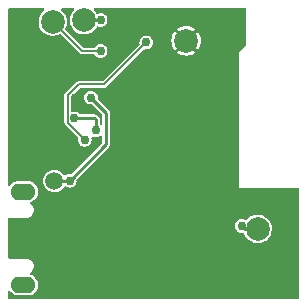
<source format=gbl>
G04 #@! TF.GenerationSoftware,KiCad,Pcbnew,(6.0.11)*
G04 #@! TF.CreationDate,2023-05-05T12:53:29-03:00*
G04 #@! TF.ProjectId,HappyFeet,48617070-7946-4656-9574-2e6b69636164,V0.7*
G04 #@! TF.SameCoordinates,Original*
G04 #@! TF.FileFunction,Copper,L2,Bot*
G04 #@! TF.FilePolarity,Positive*
%FSLAX46Y46*%
G04 Gerber Fmt 4.6, Leading zero omitted, Abs format (unit mm)*
G04 Created by KiCad (PCBNEW (6.0.11)) date 2023-05-05 12:53:29*
%MOMM*%
%LPD*%
G01*
G04 APERTURE LIST*
G04 #@! TA.AperFunction,ComponentPad*
%ADD10O,2.108200X1.397000*%
G04 #@! TD*
G04 #@! TA.AperFunction,SMDPad,CuDef*
%ADD11C,2.000000*%
G04 #@! TD*
G04 #@! TA.AperFunction,SMDPad,CuDef*
%ADD12C,1.500000*%
G04 #@! TD*
G04 #@! TA.AperFunction,ViaPad*
%ADD13C,0.762000*%
G04 #@! TD*
G04 #@! TA.AperFunction,Conductor*
%ADD14C,0.500000*%
G04 #@! TD*
G04 #@! TA.AperFunction,Conductor*
%ADD15C,0.250000*%
G04 #@! TD*
G04 #@! TA.AperFunction,Conductor*
%ADD16C,0.154000*%
G04 #@! TD*
G04 APERTURE END LIST*
D10*
G04 #@! TO.P,J1,10*
G04 #@! TO.N,N/C*
X101468200Y-85720300D03*
G04 #@! TO.P,J1,11*
X101468200Y-93619700D03*
G04 #@! TD*
D11*
G04 #@! TO.P,TP7,1,1*
G04 #@! TO.N,JTAG_TCK*
X103970000Y-71331500D03*
G04 #@! TD*
G04 #@! TO.P,TP10,1,1*
G04 #@! TO.N,GND*
X115270000Y-72951500D03*
G04 #@! TD*
G04 #@! TO.P,TP9,1,1*
G04 #@! TO.N,JTAG_TMS*
X106612500Y-71209000D03*
G04 #@! TD*
G04 #@! TO.P,TP6,1,1*
G04 #@! TO.N,+3V3*
X121317500Y-88879000D03*
G04 #@! TD*
D12*
G04 #@! TO.P,TP8,1,1*
G04 #@! TO.N,NRST*
X104105000Y-84831500D03*
G04 #@! TD*
D13*
G04 #@! TO.N,GND*
X110230000Y-80000000D03*
X113910000Y-75930000D03*
X105850000Y-77820000D03*
X117680000Y-73400000D03*
X116660000Y-80400000D03*
X117650000Y-92100000D03*
X118410000Y-94030000D03*
X116660000Y-78180000D03*
X118720000Y-89340000D03*
X113910111Y-78029900D03*
X116090000Y-71150000D03*
X117890000Y-85550000D03*
X122690000Y-87000000D03*
X112210000Y-79630000D03*
X118920000Y-82630000D03*
X111222500Y-91542500D03*
X111970000Y-71070000D03*
X102892500Y-81337500D03*
X101400000Y-78100000D03*
X110210000Y-76130000D03*
X121610000Y-91630000D03*
X106900000Y-88870000D03*
X119080000Y-77290000D03*
X110230000Y-82600000D03*
X113910022Y-79730000D03*
X123810000Y-91930000D03*
X114650000Y-82630000D03*
X117900000Y-87330000D03*
X118790000Y-72480000D03*
X112440000Y-82630000D03*
X110200000Y-77800000D03*
X124060000Y-88360000D03*
X116740000Y-82630000D03*
X119020000Y-78910000D03*
X105720000Y-94281500D03*
X109000000Y-92570000D03*
X114390000Y-88350000D03*
X112210000Y-78030000D03*
X113560000Y-87010000D03*
X121010000Y-93930000D03*
X118790000Y-73520000D03*
X119020000Y-80550000D03*
X108837500Y-73214000D03*
G04 #@! TO.N,+3V3*
X119977500Y-88634000D03*
G04 #@! TO.N,NRST*
X105400000Y-84800000D03*
X107200000Y-77760000D03*
G04 #@! TO.N,JTAG_TMS*
X108017500Y-71186500D03*
G04 #@! TO.N,JTAG_TCK*
X108015000Y-73816500D03*
G04 #@! TO.N,ACCINT*
X107660000Y-80550000D03*
X105800000Y-79520000D03*
G04 #@! TO.N,ACCCS*
X106682393Y-81327607D03*
X111900000Y-73100000D03*
G04 #@! TD*
D14*
G04 #@! TO.N,GND*
X112210000Y-79630000D02*
X113810022Y-79630000D01*
X113910011Y-78030000D02*
X113910111Y-78029900D01*
X113810022Y-79630000D02*
X113910022Y-79730000D01*
X112210000Y-78030000D02*
X113910011Y-78030000D01*
D15*
G04 #@! TO.N,+3V3*
X121317500Y-88879000D02*
X120222500Y-88879000D01*
X120222500Y-88879000D02*
X119977500Y-88634000D01*
G04 #@! TO.N,NRST*
X105400000Y-84800000D02*
X108492802Y-81707198D01*
X108492802Y-81707198D02*
X108492802Y-79052802D01*
X105400000Y-84800000D02*
X104136500Y-84800000D01*
X108492802Y-79052802D02*
X107200000Y-77760000D01*
X104136500Y-84800000D02*
X104105000Y-84831500D01*
G04 #@! TO.N,JTAG_TMS*
X108017500Y-71186500D02*
X106635000Y-71186500D01*
X106635000Y-71186500D02*
X106612500Y-71209000D01*
D16*
G04 #@! TO.N,JTAG_TCK*
X108015000Y-73816500D02*
X106455000Y-73816500D01*
X106455000Y-73816500D02*
X103970000Y-71331500D01*
D15*
G04 #@! TO.N,ACCINT*
X107510000Y-79520000D02*
X107630000Y-79640000D01*
X107630000Y-79640000D02*
X107630000Y-80520000D01*
X105800000Y-79520000D02*
X107510000Y-79520000D01*
X107630000Y-80520000D02*
X107660000Y-80550000D01*
D16*
G04 #@! TO.N,ACCCS*
X105241999Y-77549501D02*
X105291131Y-77549501D01*
X105291131Y-77549501D02*
X106191632Y-76649000D01*
X108351000Y-76649000D02*
X111900000Y-73100000D01*
X106191632Y-76649000D02*
X108351000Y-76649000D01*
X105241999Y-79887213D02*
X105241999Y-77549501D01*
X106682393Y-81327607D02*
X105241999Y-79887213D01*
G04 #@! TD*
G04 #@! TA.AperFunction,Conductor*
G04 #@! TO.N,GND*
G36*
X103233939Y-70219407D02*
G01*
X103269903Y-70268907D01*
X103269903Y-70330093D01*
X103241023Y-70373932D01*
X103208713Y-70402267D01*
X103095457Y-70501590D01*
X103092649Y-70505152D01*
X103000179Y-70622451D01*
X102958863Y-70674860D01*
X102856131Y-70870120D01*
X102790703Y-71080833D01*
X102790169Y-71085343D01*
X102790169Y-71085344D01*
X102787039Y-71111789D01*
X102764770Y-71299940D01*
X102767284Y-71338302D01*
X102776556Y-71479759D01*
X102779200Y-71520104D01*
X102780316Y-71524497D01*
X102780316Y-71524499D01*
X102803445Y-71615569D01*
X102833511Y-71733952D01*
X102925883Y-71934321D01*
X103053222Y-72114502D01*
X103211264Y-72268461D01*
X103394717Y-72391040D01*
X103597436Y-72478135D01*
X103675165Y-72495723D01*
X103808206Y-72525828D01*
X103808211Y-72525829D01*
X103812632Y-72526829D01*
X103922865Y-72531160D01*
X104028565Y-72535313D01*
X104028566Y-72535313D01*
X104033098Y-72535491D01*
X104251452Y-72503831D01*
X104255751Y-72502372D01*
X104255754Y-72502371D01*
X104456078Y-72434370D01*
X104460379Y-72432910D01*
X104535109Y-72391059D01*
X104595120Y-72379122D01*
X104653487Y-72407432D01*
X106224063Y-73978007D01*
X106226292Y-73980590D01*
X106228359Y-73984818D01*
X106235060Y-73991034D01*
X106261742Y-74015785D01*
X106264418Y-74018362D01*
X106277029Y-74030973D01*
X106280530Y-74033375D01*
X106283787Y-74036234D01*
X106304149Y-74055123D01*
X106312942Y-74058631D01*
X106313232Y-74058747D01*
X106332557Y-74069066D01*
X106333088Y-74069430D01*
X106340626Y-74074601D01*
X106361725Y-74079608D01*
X106364017Y-74080152D01*
X106377843Y-74084525D01*
X106400166Y-74093431D01*
X106405970Y-74094000D01*
X106410788Y-74094000D01*
X106429970Y-74096245D01*
X106432317Y-74096360D01*
X106441210Y-74098470D01*
X106467414Y-74094904D01*
X106480763Y-74094000D01*
X107446147Y-74094000D01*
X107504338Y-74112907D01*
X107524689Y-74132733D01*
X107600269Y-74231231D01*
X107721741Y-74324439D01*
X107863198Y-74383033D01*
X108015000Y-74403018D01*
X108166802Y-74383033D01*
X108308259Y-74324439D01*
X108429731Y-74231231D01*
X108522939Y-74109759D01*
X108581533Y-73968302D01*
X108601518Y-73816500D01*
X108581533Y-73664698D01*
X108522939Y-73523241D01*
X108429731Y-73401769D01*
X108308259Y-73308561D01*
X108166802Y-73249967D01*
X108015000Y-73229982D01*
X107863198Y-73249967D01*
X107721741Y-73308561D01*
X107600269Y-73401769D01*
X107596315Y-73406922D01*
X107524689Y-73500267D01*
X107474265Y-73534923D01*
X107446147Y-73539000D01*
X106610952Y-73539000D01*
X106552761Y-73520093D01*
X106540948Y-73510004D01*
X105045932Y-72014987D01*
X105018155Y-71960470D01*
X105029559Y-71896610D01*
X105045965Y-71867315D01*
X105071410Y-71821879D01*
X105089478Y-71768653D01*
X105140871Y-71617254D01*
X105140872Y-71617251D01*
X105142331Y-71612952D01*
X105155156Y-71524499D01*
X105173571Y-71397497D01*
X105173571Y-71397491D01*
X105173991Y-71394598D01*
X105175643Y-71331500D01*
X105155454Y-71111789D01*
X105145500Y-71076494D01*
X105096799Y-70903811D01*
X105096798Y-70903810D01*
X105095565Y-70899436D01*
X105093557Y-70895364D01*
X105093555Y-70895359D01*
X104999988Y-70705625D01*
X104997980Y-70701553D01*
X104865967Y-70524767D01*
X104703949Y-70374999D01*
X104704632Y-70374260D01*
X104672576Y-70327613D01*
X104674180Y-70266449D01*
X104711429Y-70217909D01*
X104767500Y-70200500D01*
X105678564Y-70200500D01*
X105736755Y-70219407D01*
X105772719Y-70268907D01*
X105772719Y-70330093D01*
X105743838Y-70373933D01*
X105737957Y-70379090D01*
X105735149Y-70382652D01*
X105641387Y-70501590D01*
X105601363Y-70552360D01*
X105599249Y-70556378D01*
X105564486Y-70622452D01*
X105498631Y-70747620D01*
X105497287Y-70751949D01*
X105453415Y-70893241D01*
X105433203Y-70958333D01*
X105407270Y-71177440D01*
X105421700Y-71397604D01*
X105422816Y-71401997D01*
X105422816Y-71401999D01*
X105472106Y-71596078D01*
X105476011Y-71611452D01*
X105568383Y-71811821D01*
X105695722Y-71992002D01*
X105698968Y-71995164D01*
X105817670Y-72110799D01*
X105853764Y-72145961D01*
X106037217Y-72268540D01*
X106239936Y-72355635D01*
X106317665Y-72373223D01*
X106450706Y-72403328D01*
X106450711Y-72403329D01*
X106455132Y-72404329D01*
X106565365Y-72408660D01*
X106671065Y-72412813D01*
X106671066Y-72412813D01*
X106675598Y-72412991D01*
X106893952Y-72381331D01*
X106898251Y-72379872D01*
X106898254Y-72379871D01*
X107098578Y-72311870D01*
X107102879Y-72310410D01*
X107174444Y-72270332D01*
X107291425Y-72204819D01*
X107295384Y-72202602D01*
X107465018Y-72061518D01*
X107529932Y-71983468D01*
X114481261Y-71983468D01*
X114485049Y-71989772D01*
X115258914Y-72763637D01*
X115270797Y-72769691D01*
X115275828Y-72768895D01*
X116052459Y-71992264D01*
X116058513Y-71980381D01*
X116058415Y-71979759D01*
X116053588Y-71974206D01*
X115900933Y-71867315D01*
X115893463Y-71863003D01*
X115703078Y-71774225D01*
X115694985Y-71771279D01*
X115492056Y-71716905D01*
X115483588Y-71715412D01*
X115274309Y-71697102D01*
X115265691Y-71697102D01*
X115056412Y-71715412D01*
X115047944Y-71716905D01*
X114845015Y-71771279D01*
X114836922Y-71774225D01*
X114646538Y-71863003D01*
X114639068Y-71867315D01*
X114489299Y-71972185D01*
X114481273Y-71982836D01*
X114481261Y-71983468D01*
X107529932Y-71983468D01*
X107606102Y-71891884D01*
X107608319Y-71887926D01*
X107608322Y-71887921D01*
X107675115Y-71768653D01*
X107720045Y-71727120D01*
X107780806Y-71719928D01*
X107799377Y-71725562D01*
X107865698Y-71753033D01*
X108017500Y-71773018D01*
X108169302Y-71753033D01*
X108310759Y-71694439D01*
X108432231Y-71601231D01*
X108525439Y-71479759D01*
X108584033Y-71338302D01*
X108604018Y-71186500D01*
X108584033Y-71034698D01*
X108525439Y-70893241D01*
X108432231Y-70771769D01*
X108310759Y-70678561D01*
X108202918Y-70633891D01*
X108175299Y-70622451D01*
X108169302Y-70619967D01*
X108017500Y-70599982D01*
X107865698Y-70619967D01*
X107859700Y-70622451D01*
X107859698Y-70622452D01*
X107781100Y-70655008D01*
X107720104Y-70659809D01*
X107667935Y-70627839D01*
X107654427Y-70607334D01*
X107640480Y-70579053D01*
X107508467Y-70402267D01*
X107487248Y-70382652D01*
X107475938Y-70372197D01*
X107446042Y-70318813D01*
X107453234Y-70258052D01*
X107494767Y-70213123D01*
X107543140Y-70200500D01*
X120271000Y-70200500D01*
X120329191Y-70219407D01*
X120365155Y-70268907D01*
X120370000Y-70299500D01*
X120370000Y-73248992D01*
X120351093Y-73307183D01*
X120341004Y-73318996D01*
X119760000Y-73900000D01*
X119760000Y-85380000D01*
X124700500Y-85380000D01*
X124758691Y-85398907D01*
X124794655Y-85448407D01*
X124799500Y-85479000D01*
X124799500Y-94700500D01*
X124780593Y-94758691D01*
X124731093Y-94794655D01*
X124700500Y-94799500D01*
X100299500Y-94799500D01*
X100241309Y-94780593D01*
X100205345Y-94731093D01*
X100200500Y-94700500D01*
X100200500Y-94198463D01*
X100219407Y-94140272D01*
X100268907Y-94104308D01*
X100330093Y-94104308D01*
X100379593Y-94140272D01*
X100440833Y-94224562D01*
X100581270Y-94351013D01*
X100744930Y-94445501D01*
X100924658Y-94503898D01*
X100981700Y-94509894D01*
X101062904Y-94518429D01*
X101062911Y-94518429D01*
X101065486Y-94518700D01*
X101870914Y-94518700D01*
X101873489Y-94518429D01*
X101873496Y-94518429D01*
X101954700Y-94509894D01*
X102011742Y-94503898D01*
X102191470Y-94445501D01*
X102355130Y-94351013D01*
X102495567Y-94224562D01*
X102606645Y-94071676D01*
X102683509Y-93899037D01*
X102722800Y-93714189D01*
X102722800Y-93525211D01*
X102683509Y-93340363D01*
X102606645Y-93167724D01*
X102495567Y-93014838D01*
X102355130Y-92888387D01*
X102350639Y-92885794D01*
X102195960Y-92796491D01*
X102195958Y-92796490D01*
X102191470Y-92793899D01*
X102099164Y-92763907D01*
X102089125Y-92760645D01*
X102039625Y-92724681D01*
X102020718Y-92666490D01*
X102039625Y-92608299D01*
X102061528Y-92586397D01*
X102143797Y-92526625D01*
X102143798Y-92526624D01*
X102148837Y-92522963D01*
X102152803Y-92518168D01*
X102152806Y-92518166D01*
X102198492Y-92462940D01*
X102253600Y-92396326D01*
X102323579Y-92247613D01*
X102354376Y-92086170D01*
X102344056Y-91922140D01*
X102293268Y-91765829D01*
X102205202Y-91627060D01*
X102200666Y-91622800D01*
X102200664Y-91622798D01*
X102089936Y-91518818D01*
X102089935Y-91518817D01*
X102085393Y-91514552D01*
X101941368Y-91435373D01*
X101782177Y-91394500D01*
X100299500Y-91394500D01*
X100241309Y-91375593D01*
X100205345Y-91326093D01*
X100200500Y-91295500D01*
X100200500Y-88634000D01*
X119390982Y-88634000D01*
X119410967Y-88785802D01*
X119469561Y-88927259D01*
X119562769Y-89048731D01*
X119684241Y-89141939D01*
X119825698Y-89200533D01*
X119977500Y-89220518D01*
X119983934Y-89219671D01*
X120072267Y-89208042D01*
X120132428Y-89219192D01*
X120174545Y-89263575D01*
X120178510Y-89273146D01*
X120179894Y-89277055D01*
X120181011Y-89281452D01*
X120273383Y-89481821D01*
X120400722Y-89662002D01*
X120558764Y-89815961D01*
X120742217Y-89938540D01*
X120944936Y-90025635D01*
X121022665Y-90043223D01*
X121155706Y-90073328D01*
X121155711Y-90073329D01*
X121160132Y-90074329D01*
X121270365Y-90078660D01*
X121376065Y-90082813D01*
X121376066Y-90082813D01*
X121380598Y-90082991D01*
X121598952Y-90051331D01*
X121603251Y-90049872D01*
X121603254Y-90049871D01*
X121803578Y-89981870D01*
X121807879Y-89980410D01*
X121879444Y-89940332D01*
X121996425Y-89874819D01*
X122000384Y-89872602D01*
X122170018Y-89731518D01*
X122311102Y-89561884D01*
X122418910Y-89369379D01*
X122454826Y-89263575D01*
X122488371Y-89164754D01*
X122488372Y-89164751D01*
X122489831Y-89160452D01*
X122521491Y-88942098D01*
X122522037Y-88921264D01*
X122523067Y-88881914D01*
X122523067Y-88881909D01*
X122523143Y-88879000D01*
X122502954Y-88659289D01*
X122453010Y-88482198D01*
X122444299Y-88451311D01*
X122444298Y-88451310D01*
X122443065Y-88446936D01*
X122441057Y-88442864D01*
X122441055Y-88442859D01*
X122347488Y-88253125D01*
X122345480Y-88249053D01*
X122213467Y-88072267D01*
X122081573Y-87950345D01*
X122054779Y-87925577D01*
X122054778Y-87925576D01*
X122051449Y-87922499D01*
X121967559Y-87869568D01*
X121868687Y-87807185D01*
X121864850Y-87804764D01*
X121659921Y-87723006D01*
X121443524Y-87679962D01*
X121334847Y-87678539D01*
X121227446Y-87677133D01*
X121227441Y-87677133D01*
X121222906Y-87677074D01*
X121218433Y-87677843D01*
X121218428Y-87677843D01*
X121009935Y-87713668D01*
X121009929Y-87713670D01*
X121005457Y-87714438D01*
X120977676Y-87724687D01*
X120802720Y-87789231D01*
X120802717Y-87789232D01*
X120798457Y-87790804D01*
X120794554Y-87793126D01*
X120794552Y-87793127D01*
X120774992Y-87804764D01*
X120608841Y-87903614D01*
X120605426Y-87906609D01*
X120605423Y-87906611D01*
X120561079Y-87945500D01*
X120442957Y-88049090D01*
X120440149Y-88052652D01*
X120399912Y-88103693D01*
X120349038Y-88137686D01*
X120287900Y-88135284D01*
X120274729Y-88129108D01*
X120270759Y-88126061D01*
X120129302Y-88067467D01*
X119977500Y-88047482D01*
X119825698Y-88067467D01*
X119684241Y-88126061D01*
X119562769Y-88219269D01*
X119469561Y-88340741D01*
X119410967Y-88482198D01*
X119390982Y-88634000D01*
X100200500Y-88634000D01*
X100200500Y-88044500D01*
X100219407Y-87986309D01*
X100268907Y-87950345D01*
X100299500Y-87945500D01*
X101740925Y-87945500D01*
X101830887Y-87934135D01*
X101856877Y-87930852D01*
X101856878Y-87930852D01*
X101863058Y-87930071D01*
X102015871Y-87869568D01*
X102101734Y-87807185D01*
X102143801Y-87776622D01*
X102143802Y-87776621D01*
X102148837Y-87772963D01*
X102152803Y-87768168D01*
X102152806Y-87768166D01*
X102225774Y-87679962D01*
X102253600Y-87646326D01*
X102323579Y-87497613D01*
X102354376Y-87336170D01*
X102344056Y-87172140D01*
X102293268Y-87015829D01*
X102205202Y-86877060D01*
X102200666Y-86872800D01*
X102200664Y-86872798D01*
X102089936Y-86768818D01*
X102089935Y-86768817D01*
X102085393Y-86764552D01*
X102075527Y-86759128D01*
X102033642Y-86714529D01*
X102025971Y-86653826D01*
X102055445Y-86600208D01*
X102092625Y-86578218D01*
X102186540Y-86547703D01*
X102186541Y-86547702D01*
X102191470Y-86546101D01*
X102350636Y-86454208D01*
X102350639Y-86454206D01*
X102350640Y-86454205D01*
X102355130Y-86451613D01*
X102495567Y-86325162D01*
X102606645Y-86172276D01*
X102683509Y-85999637D01*
X102722800Y-85814789D01*
X102722800Y-85625811D01*
X102683509Y-85440963D01*
X102664785Y-85398907D01*
X102608753Y-85273058D01*
X102608752Y-85273056D01*
X102606645Y-85268324D01*
X102495567Y-85115438D01*
X102355130Y-84988987D01*
X102290723Y-84951802D01*
X102195960Y-84897091D01*
X102195958Y-84897090D01*
X102191470Y-84894499D01*
X102011742Y-84836102D01*
X101954700Y-84830106D01*
X101873496Y-84821571D01*
X101873489Y-84821571D01*
X101870914Y-84821300D01*
X101065486Y-84821300D01*
X101062911Y-84821571D01*
X101062904Y-84821571D01*
X100981700Y-84830106D01*
X100924658Y-84836102D01*
X100744930Y-84894499D01*
X100740442Y-84897090D01*
X100740440Y-84897091D01*
X100645677Y-84951802D01*
X100581270Y-84988987D01*
X100440833Y-85115438D01*
X100388546Y-85187405D01*
X100379593Y-85199728D01*
X100330093Y-85235692D01*
X100268908Y-85235692D01*
X100219407Y-85199728D01*
X100200500Y-85141537D01*
X100200500Y-84818165D01*
X103149994Y-84818165D01*
X103150399Y-84822985D01*
X103164339Y-84988987D01*
X103165592Y-85003914D01*
X103166925Y-85008562D01*
X103166925Y-85008563D01*
X103205055Y-85141537D01*
X103216971Y-85183095D01*
X103302176Y-85348885D01*
X103417959Y-85494968D01*
X103421646Y-85498106D01*
X103421648Y-85498108D01*
X103556224Y-85612641D01*
X103556229Y-85612644D01*
X103559912Y-85615779D01*
X103564134Y-85618139D01*
X103564139Y-85618142D01*
X103594191Y-85634937D01*
X103722627Y-85706717D01*
X103727225Y-85708211D01*
X103895302Y-85762823D01*
X103895304Y-85762824D01*
X103899907Y-85764319D01*
X104084998Y-85786390D01*
X104089820Y-85786019D01*
X104089823Y-85786019D01*
X104266023Y-85772461D01*
X104266028Y-85772460D01*
X104270851Y-85772089D01*
X104450387Y-85721962D01*
X104454700Y-85719783D01*
X104454706Y-85719781D01*
X104612447Y-85640100D01*
X104612449Y-85640098D01*
X104616768Y-85637917D01*
X104763655Y-85523156D01*
X104885454Y-85382050D01*
X104925798Y-85311032D01*
X104970980Y-85269776D01*
X105031784Y-85262956D01*
X105072144Y-85281392D01*
X105106741Y-85307939D01*
X105248198Y-85366533D01*
X105400000Y-85386518D01*
X105551802Y-85366533D01*
X105693259Y-85307939D01*
X105814731Y-85214731D01*
X105907939Y-85093259D01*
X105966533Y-84951802D01*
X105986518Y-84800000D01*
X105978210Y-84736893D01*
X105989360Y-84676732D01*
X106006359Y-84653967D01*
X108709859Y-81950467D01*
X108716227Y-81944632D01*
X108745996Y-81919653D01*
X108765431Y-81885990D01*
X108770070Y-81878709D01*
X108771789Y-81876254D01*
X108792356Y-81846882D01*
X108794598Y-81838515D01*
X108797061Y-81833234D01*
X108799059Y-81827744D01*
X108803390Y-81820243D01*
X108810138Y-81781976D01*
X108812007Y-81773547D01*
X108819825Y-81744368D01*
X108822066Y-81736004D01*
X108818679Y-81697288D01*
X108818302Y-81688660D01*
X108818302Y-79071328D01*
X108818679Y-79062700D01*
X108821310Y-79032622D01*
X108822065Y-79023995D01*
X108819824Y-79015632D01*
X108819824Y-79015629D01*
X108812008Y-78986458D01*
X108810139Y-78978030D01*
X108806155Y-78955436D01*
X108803390Y-78939757D01*
X108799059Y-78932254D01*
X108797060Y-78926763D01*
X108794598Y-78921483D01*
X108792356Y-78913118D01*
X108770070Y-78881291D01*
X108765429Y-78874007D01*
X108750325Y-78847846D01*
X108745996Y-78840347D01*
X108716231Y-78815371D01*
X108709863Y-78809537D01*
X107806359Y-77906033D01*
X107778582Y-77851516D01*
X107778210Y-77823107D01*
X107785671Y-77766434D01*
X107785671Y-77766433D01*
X107786518Y-77760000D01*
X107766533Y-77608198D01*
X107707939Y-77466741D01*
X107614731Y-77345269D01*
X107493259Y-77252061D01*
X107351802Y-77193467D01*
X107200000Y-77173482D01*
X107048198Y-77193467D01*
X106906741Y-77252061D01*
X106785269Y-77345269D01*
X106692061Y-77466741D01*
X106633467Y-77608198D01*
X106613482Y-77760000D01*
X106633467Y-77911802D01*
X106692061Y-78053259D01*
X106785269Y-78174731D01*
X106906741Y-78267939D01*
X107048198Y-78326533D01*
X107200000Y-78346518D01*
X107206433Y-78345671D01*
X107206434Y-78345671D01*
X107263107Y-78338210D01*
X107323268Y-78349360D01*
X107346033Y-78366359D01*
X108138306Y-79158632D01*
X108166083Y-79213149D01*
X108167302Y-79228636D01*
X108167302Y-80005550D01*
X108148395Y-80063741D01*
X108098895Y-80099705D01*
X108037709Y-80099705D01*
X108008035Y-80084092D01*
X107994231Y-80073500D01*
X107959576Y-80023075D01*
X107955500Y-79994959D01*
X107955500Y-79658534D01*
X107955877Y-79649905D01*
X107958509Y-79619822D01*
X107959264Y-79611193D01*
X107949204Y-79573650D01*
X107947334Y-79565216D01*
X107942092Y-79535483D01*
X107942091Y-79535481D01*
X107940588Y-79526955D01*
X107936258Y-79519456D01*
X107934262Y-79513971D01*
X107931796Y-79508684D01*
X107929554Y-79500316D01*
X107907268Y-79468489D01*
X107902627Y-79461205D01*
X107887523Y-79435044D01*
X107883194Y-79427545D01*
X107853429Y-79402569D01*
X107847061Y-79396735D01*
X107753269Y-79302943D01*
X107747434Y-79296575D01*
X107722455Y-79266806D01*
X107688792Y-79247371D01*
X107681511Y-79242732D01*
X107679056Y-79241013D01*
X107649684Y-79220446D01*
X107641316Y-79218204D01*
X107636029Y-79215738D01*
X107630544Y-79213742D01*
X107623045Y-79209412D01*
X107614519Y-79207909D01*
X107614517Y-79207908D01*
X107584784Y-79202666D01*
X107576349Y-79200796D01*
X107547174Y-79192978D01*
X107538807Y-79190736D01*
X107530178Y-79191491D01*
X107500095Y-79194123D01*
X107491466Y-79194500D01*
X106332021Y-79194500D01*
X106273830Y-79175593D01*
X106253479Y-79155767D01*
X106218685Y-79110422D01*
X106214731Y-79105269D01*
X106093259Y-79012061D01*
X105951802Y-78953467D01*
X105800000Y-78933482D01*
X105793566Y-78934329D01*
X105654629Y-78952620D01*
X105654626Y-78952621D01*
X105648198Y-78953467D01*
X105643520Y-78955405D01*
X105583019Y-78952233D01*
X105535469Y-78913726D01*
X105519499Y-78859809D01*
X105519499Y-77754586D01*
X105538406Y-77696395D01*
X105548495Y-77684582D01*
X106277581Y-76955496D01*
X106332098Y-76927719D01*
X106347585Y-76926500D01*
X108301906Y-76926500D01*
X108305309Y-76926750D01*
X108309759Y-76928278D01*
X108355259Y-76926570D01*
X108358972Y-76926500D01*
X108376810Y-76926500D01*
X108380986Y-76925722D01*
X108385310Y-76925442D01*
X108395504Y-76925059D01*
X108403929Y-76924743D01*
X108403930Y-76924743D01*
X108413064Y-76924400D01*
X108421462Y-76920792D01*
X108421466Y-76920791D01*
X108422059Y-76920536D01*
X108443003Y-76914172D01*
X108452630Y-76912379D01*
X108473087Y-76899769D01*
X108485957Y-76893083D01*
X108501632Y-76886349D01*
X108501634Y-76886348D01*
X108508046Y-76883593D01*
X108512553Y-76879892D01*
X108515964Y-76876481D01*
X108531102Y-76864516D01*
X108532852Y-76862929D01*
X108540631Y-76858134D01*
X108556628Y-76837097D01*
X108565428Y-76827017D01*
X111469826Y-73922619D01*
X114481487Y-73922619D01*
X114481585Y-73923241D01*
X114486412Y-73928794D01*
X114639067Y-74035685D01*
X114646537Y-74039997D01*
X114836922Y-74128775D01*
X114845015Y-74131721D01*
X115047944Y-74186095D01*
X115056412Y-74187588D01*
X115265691Y-74205898D01*
X115274309Y-74205898D01*
X115483588Y-74187588D01*
X115492056Y-74186095D01*
X115694985Y-74131721D01*
X115703078Y-74128775D01*
X115893463Y-74039997D01*
X115900933Y-74035685D01*
X116050701Y-73930815D01*
X116058727Y-73920164D01*
X116058739Y-73919532D01*
X116054951Y-73913228D01*
X115281086Y-73139363D01*
X115269203Y-73133309D01*
X115264172Y-73134105D01*
X114487541Y-73910736D01*
X114481487Y-73922619D01*
X111469826Y-73922619D01*
X111693983Y-73698462D01*
X111748500Y-73670685D01*
X111776909Y-73670313D01*
X111893566Y-73685671D01*
X111900000Y-73686518D01*
X112051802Y-73666533D01*
X112067560Y-73660006D01*
X112085418Y-73652609D01*
X112193259Y-73607939D01*
X112314731Y-73514731D01*
X112407939Y-73393259D01*
X112466533Y-73251802D01*
X112486518Y-73100000D01*
X112467535Y-72955809D01*
X114015602Y-72955809D01*
X114033912Y-73165088D01*
X114035405Y-73173556D01*
X114089779Y-73376485D01*
X114092725Y-73384578D01*
X114181503Y-73574962D01*
X114185815Y-73582432D01*
X114290685Y-73732201D01*
X114301336Y-73740227D01*
X114301968Y-73740239D01*
X114308272Y-73736451D01*
X115082137Y-72962586D01*
X115087379Y-72952297D01*
X115451809Y-72952297D01*
X115452605Y-72957328D01*
X116229236Y-73733959D01*
X116241119Y-73740013D01*
X116241741Y-73739915D01*
X116247294Y-73735088D01*
X116354185Y-73582432D01*
X116358497Y-73574962D01*
X116447275Y-73384578D01*
X116450221Y-73376485D01*
X116504595Y-73173556D01*
X116506088Y-73165088D01*
X116524398Y-72955809D01*
X116524398Y-72947191D01*
X116506088Y-72737912D01*
X116504595Y-72729444D01*
X116450221Y-72526515D01*
X116447275Y-72518422D01*
X116358497Y-72328038D01*
X116354185Y-72320568D01*
X116249315Y-72170799D01*
X116238664Y-72162773D01*
X116238032Y-72162761D01*
X116231728Y-72166549D01*
X115457863Y-72940414D01*
X115451809Y-72952297D01*
X115087379Y-72952297D01*
X115088191Y-72950703D01*
X115087395Y-72945672D01*
X114310764Y-72169041D01*
X114298881Y-72162987D01*
X114298259Y-72163085D01*
X114292706Y-72167912D01*
X114185815Y-72320568D01*
X114181503Y-72328038D01*
X114092725Y-72518422D01*
X114089779Y-72526515D01*
X114035405Y-72729444D01*
X114033912Y-72737912D01*
X114015602Y-72947191D01*
X114015602Y-72955809D01*
X112467535Y-72955809D01*
X112466533Y-72948198D01*
X112407939Y-72806741D01*
X112314731Y-72685269D01*
X112193259Y-72592061D01*
X112051802Y-72533467D01*
X111900000Y-72513482D01*
X111748198Y-72533467D01*
X111606741Y-72592061D01*
X111485269Y-72685269D01*
X111392061Y-72806741D01*
X111333467Y-72948198D01*
X111313482Y-73100000D01*
X111314329Y-73106434D01*
X111329687Y-73223091D01*
X111318537Y-73283252D01*
X111301538Y-73306017D01*
X108265051Y-76342504D01*
X108210534Y-76370281D01*
X108195047Y-76371500D01*
X106240726Y-76371500D01*
X106237323Y-76371250D01*
X106232873Y-76369722D01*
X106187374Y-76371430D01*
X106183660Y-76371500D01*
X106165822Y-76371500D01*
X106161646Y-76372278D01*
X106157322Y-76372558D01*
X106147128Y-76372941D01*
X106138703Y-76373257D01*
X106138702Y-76373257D01*
X106129568Y-76373600D01*
X106121170Y-76377208D01*
X106121166Y-76377209D01*
X106120573Y-76377464D01*
X106099629Y-76383828D01*
X106090002Y-76385621D01*
X106082219Y-76390419D01*
X106082218Y-76390419D01*
X106069545Y-76398231D01*
X106056675Y-76404917D01*
X106041005Y-76411649D01*
X106041004Y-76411650D01*
X106034586Y-76414407D01*
X106030080Y-76418108D01*
X106026670Y-76421518D01*
X106011528Y-76433487D01*
X106009784Y-76435069D01*
X106002001Y-76439866D01*
X105996469Y-76447142D01*
X105996468Y-76447142D01*
X105986001Y-76460907D01*
X105977201Y-76470987D01*
X105187593Y-77260595D01*
X105153230Y-77282953D01*
X105149353Y-77284449D01*
X105140369Y-77286122D01*
X105132589Y-77290917D01*
X105132588Y-77290918D01*
X105112052Y-77303577D01*
X105103582Y-77308243D01*
X105081892Y-77318846D01*
X105081891Y-77318847D01*
X105073681Y-77322860D01*
X105067468Y-77329557D01*
X105063667Y-77332380D01*
X105060148Y-77335571D01*
X105052368Y-77340367D01*
X105046836Y-77347643D01*
X105046835Y-77347643D01*
X105032226Y-77366855D01*
X105026002Y-77374259D01*
X105003376Y-77398650D01*
X104999988Y-77407141D01*
X104997452Y-77411153D01*
X104995326Y-77415381D01*
X104989794Y-77422655D01*
X104987252Y-77431434D01*
X104980538Y-77454617D01*
X104977397Y-77463764D01*
X104965068Y-77494667D01*
X104964499Y-77500471D01*
X104964499Y-77502697D01*
X104964172Y-77507148D01*
X104963581Y-77513176D01*
X104961039Y-77521953D01*
X104961827Y-77531054D01*
X104961827Y-77531056D01*
X104964130Y-77557642D01*
X104964499Y-77566184D01*
X104964499Y-79838119D01*
X104964249Y-79841522D01*
X104962721Y-79845972D01*
X104963064Y-79855107D01*
X104964429Y-79891471D01*
X104964499Y-79895185D01*
X104964499Y-79913023D01*
X104965277Y-79917199D01*
X104965558Y-79921531D01*
X104966202Y-79938685D01*
X104966599Y-79949277D01*
X104970207Y-79957675D01*
X104970208Y-79957679D01*
X104970463Y-79958272D01*
X104976827Y-79979216D01*
X104978620Y-79988843D01*
X104983418Y-79996626D01*
X104983418Y-79996627D01*
X104991230Y-80009300D01*
X104997916Y-80022170D01*
X105000395Y-80027939D01*
X105007406Y-80044259D01*
X105011107Y-80048766D01*
X105014518Y-80052177D01*
X105026483Y-80067315D01*
X105028070Y-80069065D01*
X105032865Y-80076844D01*
X105040141Y-80082377D01*
X105053902Y-80092841D01*
X105063982Y-80101641D01*
X106083931Y-81121590D01*
X106111708Y-81176107D01*
X106112080Y-81204516D01*
X106095875Y-81327607D01*
X106115860Y-81479409D01*
X106174454Y-81620866D01*
X106267662Y-81742338D01*
X106389134Y-81835546D01*
X106530591Y-81894140D01*
X106657568Y-81910857D01*
X106667422Y-81912154D01*
X106682393Y-81914125D01*
X106697365Y-81912154D01*
X106707218Y-81910857D01*
X106834195Y-81894140D01*
X106975652Y-81835546D01*
X107097124Y-81742338D01*
X107190332Y-81620866D01*
X107248926Y-81479409D01*
X107268911Y-81327607D01*
X107248926Y-81175805D01*
X107249988Y-81175665D01*
X107252865Y-81120736D01*
X107291369Y-81073184D01*
X107350469Y-81057347D01*
X107383177Y-81064747D01*
X107508198Y-81116533D01*
X107660000Y-81136518D01*
X107811802Y-81116533D01*
X107953259Y-81057939D01*
X108008036Y-81015908D01*
X108065711Y-80995484D01*
X108124376Y-81012862D01*
X108161624Y-81061403D01*
X108167302Y-81094450D01*
X108167302Y-81531364D01*
X108148395Y-81589555D01*
X108138306Y-81601368D01*
X105546033Y-84193641D01*
X105491516Y-84221418D01*
X105463107Y-84221790D01*
X105406434Y-84214329D01*
X105406433Y-84214329D01*
X105400000Y-84213482D01*
X105248198Y-84233467D01*
X105106741Y-84292061D01*
X105101592Y-84296012D01*
X105048941Y-84336412D01*
X104991265Y-84356836D01*
X104932599Y-84339458D01*
X104906702Y-84310450D01*
X104905475Y-84311265D01*
X104902796Y-84307234D01*
X104900522Y-84302956D01*
X104782710Y-84158505D01*
X104778981Y-84155420D01*
X104642812Y-84042770D01*
X104642810Y-84042769D01*
X104639085Y-84039687D01*
X104475116Y-83951029D01*
X104297049Y-83895909D01*
X104292239Y-83895403D01*
X104292237Y-83895403D01*
X104116484Y-83876930D01*
X104116482Y-83876930D01*
X104111668Y-83876424D01*
X104049673Y-83882066D01*
X103930852Y-83892879D01*
X103930848Y-83892880D01*
X103926032Y-83893318D01*
X103921390Y-83894684D01*
X103921386Y-83894685D01*
X103751861Y-83944580D01*
X103751858Y-83944581D01*
X103747214Y-83945948D01*
X103582023Y-84032307D01*
X103578247Y-84035343D01*
X103578244Y-84035345D01*
X103440523Y-84146076D01*
X103436752Y-84149108D01*
X103433644Y-84152812D01*
X103320044Y-84288195D01*
X103320041Y-84288199D01*
X103316935Y-84291901D01*
X103227135Y-84455246D01*
X103170772Y-84632924D01*
X103170232Y-84637736D01*
X103170232Y-84637737D01*
X103152032Y-84800000D01*
X103149994Y-84818165D01*
X100200500Y-84818165D01*
X100200500Y-70299500D01*
X100219407Y-70241309D01*
X100268907Y-70205345D01*
X100299500Y-70200500D01*
X103175748Y-70200500D01*
X103233939Y-70219407D01*
G37*
G04 #@! TD.AperFunction*
G04 #@! TD*
M02*

</source>
